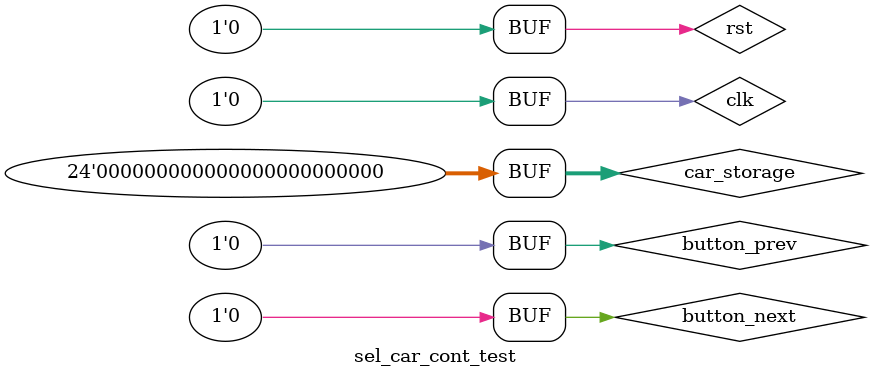
<source format=v>
`timescale 1ns / 1ps


module sel_car_cont_test;

	// Inputs
	reg clk;
	reg rst;
	reg [23:0] car_storage;
	reg button_prev;
	reg button_next;

	// Outputs
	wire [4:0] current_addr;

	// Instantiate the Unit Under Test (UUT)
	select_car_controller uut (
		.clk(clk), 
		.rst(rst), 
		.car_storage(car_storage), 
		.button_prev(button_prev), 
		.button_next(button_next), 
		.current_addr(current_addr)
	);

	initial begin
		// Initialize Inputs
		clk = 0;
		rst = 0;
		car_storage = 0;
		button_prev = 0;
		button_next = 0;

		// Wait 100 ns for global reset to finish
		#100;
        
		// Add stimulus here

	end
      
endmodule


</source>
